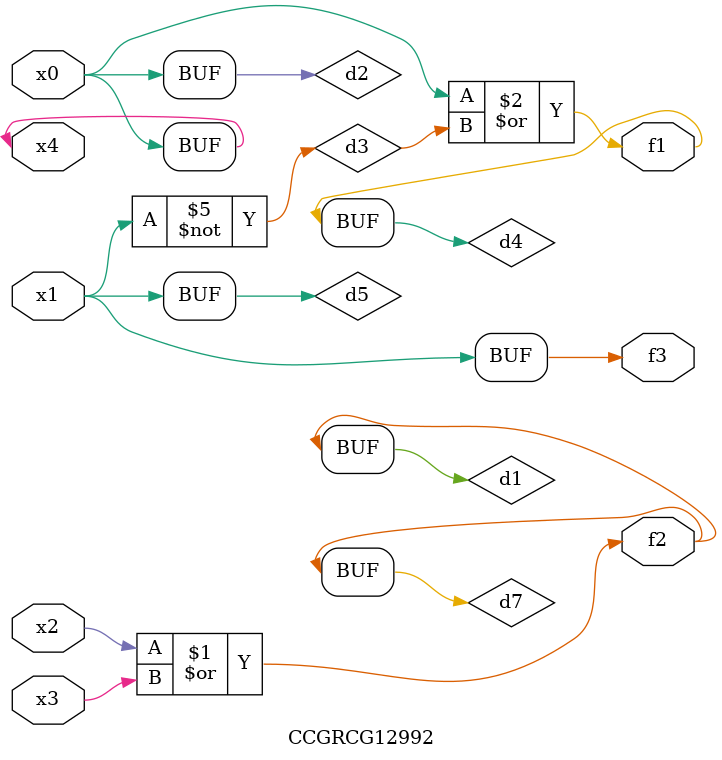
<source format=v>
module CCGRCG12992(
	input x0, x1, x2, x3, x4,
	output f1, f2, f3
);

	wire d1, d2, d3, d4, d5, d6, d7;

	or (d1, x2, x3);
	buf (d2, x0, x4);
	not (d3, x1);
	or (d4, d2, d3);
	not (d5, d3);
	nand (d6, d1, d3);
	or (d7, d1);
	assign f1 = d4;
	assign f2 = d7;
	assign f3 = d5;
endmodule

</source>
